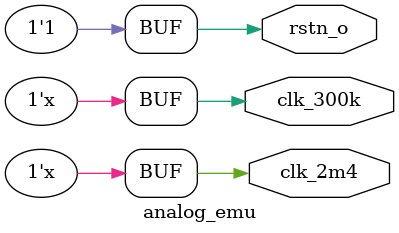
<source format=v>
`timescale 1ns/1ns
module analog_emu
#(parameter CLK300PERIOD  = 385 * 8, CLK2M4PERIOD = 385)
(
  output reg clk_2m4,
  output reg clk_300k,
  output reg rstn_o
);

initial begin
  clk_2m4 = 1'b0;
  clk_300k= 1'b0;
  rstn_o  = 1'b1;
end

always #(CLK2M4PERIOD/2) clk_2m4  = ~clk_2m4 ;
always #(CLK300PERIOD/2) clk_300k = ~clk_300k;

endmodule

</source>
